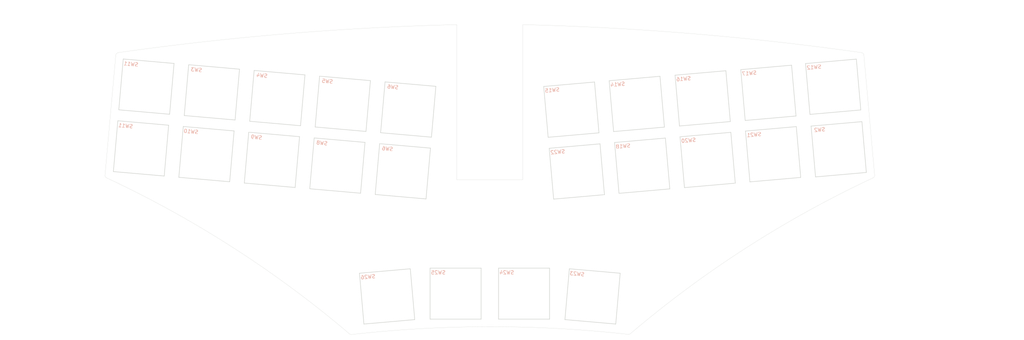
<source format=kicad_pcb>
(kicad_pcb (version 20171130) (host pcbnew 5.1.10)

  (general
    (thickness 1.6)
    (drawings 28)
    (tracks 0)
    (zones 0)
    (modules 24)
    (nets 1)
  )

  (page A4)
  (layers
    (0 F.Cu signal)
    (31 B.Cu signal)
    (32 B.Adhes user)
    (33 F.Adhes user)
    (34 B.Paste user)
    (35 F.Paste user)
    (36 B.SilkS user)
    (37 F.SilkS user)
    (38 B.Mask user)
    (39 F.Mask user)
    (40 Dwgs.User user)
    (41 Cmts.User user)
    (42 Eco1.User user)
    (43 Eco2.User user)
    (44 Edge.Cuts user)
    (45 Margin user)
    (46 B.CrtYd user)
    (47 F.CrtYd user)
    (48 B.Fab user)
    (49 F.Fab user)
  )

  (setup
    (last_trace_width 0.25)
    (trace_clearance 0.2)
    (zone_clearance 0.508)
    (zone_45_only no)
    (trace_min 0.2)
    (via_size 0.8)
    (via_drill 0.4)
    (via_min_size 0.4)
    (via_min_drill 0.3)
    (uvia_size 0.3)
    (uvia_drill 0.1)
    (uvias_allowed no)
    (uvia_min_size 0.2)
    (uvia_min_drill 0.1)
    (edge_width 0.05)
    (segment_width 0.2)
    (pcb_text_width 0.3)
    (pcb_text_size 1.5 1.5)
    (mod_edge_width 0.12)
    (mod_text_size 1 1)
    (mod_text_width 0.15)
    (pad_size 1.524 1.524)
    (pad_drill 0.762)
    (pad_to_mask_clearance 0)
    (aux_axis_origin 0 0)
    (visible_elements FFFFFF7F)
    (pcbplotparams
      (layerselection 0x010fc_ffffffff)
      (usegerberextensions false)
      (usegerberattributes true)
      (usegerberadvancedattributes true)
      (creategerberjobfile true)
      (excludeedgelayer true)
      (linewidth 0.100000)
      (plotframeref false)
      (viasonmask false)
      (mode 1)
      (useauxorigin false)
      (hpglpennumber 1)
      (hpglpenspeed 20)
      (hpglpendiameter 15.000000)
      (psnegative false)
      (psa4output false)
      (plotreference true)
      (plotvalue true)
      (plotinvisibletext false)
      (padsonsilk false)
      (subtractmaskfromsilk false)
      (outputformat 1)
      (mirror false)
      (drillshape 1)
      (scaleselection 1)
      (outputdirectory ""))
  )

  (net 0 "")

  (net_class Default "This is the default net class."
    (clearance 0.2)
    (trace_width 0.25)
    (via_dia 0.8)
    (via_drill 0.4)
    (uvia_dia 0.3)
    (uvia_drill 0.1)
  )

  (module Kailh:SW_PG1350_cut (layer F.Cu) (tedit 5F05DFF4) (tstamp 61807DD1)
    (at 33.549524 98.82102 355)
    (descr "Kailh \"Choc\" PG1350 keyswitch, able to be mounted on front or back of PCB")
    (tags kailh,choc)
    (path /604A6D66)
    (fp_text reference SW11 (at 4.98 -5.69 355) (layer Dwgs.User) hide
      (effects (font (size 1 1) (thickness 0.15)))
    )
    (fp_text value SW_Push (at -0.07 8.17 355) (layer Dwgs.User) hide
      (effects (font (size 1 1) (thickness 0.15)))
    )
    (fp_text user %V (at 0 8.255 175) (layer B.Fab)
      (effects (font (size 1 1) (thickness 0.15)) (justify mirror))
    )
    (fp_text user %R (at -4.76 -5.8 175) (layer B.SilkS)
      (effects (font (size 1 1) (thickness 0.15)) (justify mirror))
    )
    (fp_line (start -7 -7) (end 7 -7) (layer Edge.Cuts) (width 0.15))
    (fp_line (start -7 7) (end 7 7) (layer Edge.Cuts) (width 0.15))
    (fp_line (start -7 7) (end -7 -7) (layer Edge.Cuts) (width 0.15))
    (fp_line (start 7 7) (end 7 -7) (layer Edge.Cuts) (width 0.15))
  )

  (module Kailh:SW_PG1350_cut (layer F.Cu) (tedit 5F05DFF4) (tstamp 618069A0)
    (at 106.894241 88.154845 355)
    (descr "Kailh \"Choc\" PG1350 keyswitch, able to be mounted on front or back of PCB")
    (tags kailh,choc)
    (path /6049F698)
    (fp_text reference SW6 (at 4.98 -5.69 355) (layer Dwgs.User) hide
      (effects (font (size 1 1) (thickness 0.15)))
    )
    (fp_text value SW_Push (at -0.07 8.17 355) (layer Dwgs.User) hide
      (effects (font (size 1 1) (thickness 0.15)))
    )
    (fp_text user %V (at 0 8.255 175) (layer B.Fab)
      (effects (font (size 1 1) (thickness 0.15)) (justify mirror))
    )
    (fp_text user %R (at -4.76 -5.8 175) (layer B.SilkS)
      (effects (font (size 1 1) (thickness 0.15)) (justify mirror))
    )
    (fp_line (start -7 -7) (end 7 -7) (layer Edge.Cuts) (width 0.15))
    (fp_line (start -7 7) (end 7 7) (layer Edge.Cuts) (width 0.15))
    (fp_line (start -7 7) (end -7 -7) (layer Edge.Cuts) (width 0.15))
    (fp_line (start 7 7) (end 7 -7) (layer Edge.Cuts) (width 0.15))
  )

  (module Kailh:SW_PG1350_cut (layer F.Cu) (tedit 5F05DFF4) (tstamp 618067FA)
    (at 225.044 99.06 5)
    (descr "Kailh \"Choc\" PG1350 keyswitch, able to be mounted on front or back of PCB")
    (tags kailh,choc)
    (path /6049E323)
    (fp_text reference SW2 (at 4.98 -5.69 185) (layer Dwgs.User) hide
      (effects (font (size 1 1) (thickness 0.15)))
    )
    (fp_text value SW_Push (at -0.07 8.17 185) (layer Dwgs.User) hide
      (effects (font (size 1 1) (thickness 0.15)))
    )
    (fp_text user %V (at 0 8.255 5) (layer B.Fab)
      (effects (font (size 1 1) (thickness 0.15)) (justify mirror))
    )
    (fp_text user %R (at -4.76 -5.8 5) (layer B.SilkS)
      (effects (font (size 1 1) (thickness 0.15)) (justify mirror))
    )
    (fp_line (start -7 -7) (end 7 -7) (layer Edge.Cuts) (width 0.15))
    (fp_line (start -7 7) (end 7 7) (layer Edge.Cuts) (width 0.15))
    (fp_line (start -7 7) (end -7 -7) (layer Edge.Cuts) (width 0.15))
    (fp_line (start 7 7) (end 7 -7) (layer Edge.Cuts) (width 0.15))
  )

  (module Kailh:SW_PG1350_cut (layer F.Cu) (tedit 5F05DFF4) (tstamp 61804EE5)
    (at 101.092 139.446 5)
    (descr "Kailh \"Choc\" PG1350 keyswitch, able to be mounted on front or back of PCB")
    (tags kailh,choc)
    (path /6180D557)
    (fp_text reference SW26 (at 4.98 -5.69 185) (layer Dwgs.User) hide
      (effects (font (size 1 1) (thickness 0.15)))
    )
    (fp_text value SW_Push (at -0.07 8.17 185) (layer Dwgs.User) hide
      (effects (font (size 1 1) (thickness 0.15)))
    )
    (fp_text user %V (at 0 8.255 5) (layer B.Fab)
      (effects (font (size 1 1) (thickness 0.15)) (justify mirror))
    )
    (fp_text user %R (at -4.76 -5.8 5) (layer B.SilkS)
      (effects (font (size 1 1) (thickness 0.15)) (justify mirror))
    )
    (fp_line (start -7 -7) (end 7 -7) (layer Edge.Cuts) (width 0.15))
    (fp_line (start -7 7) (end 7 7) (layer Edge.Cuts) (width 0.15))
    (fp_line (start -7 7) (end -7 -7) (layer Edge.Cuts) (width 0.15))
    (fp_line (start 7 7) (end 7 -7) (layer Edge.Cuts) (width 0.15))
  )

  (module Kailh:SW_PG1350_cut (layer F.Cu) (tedit 5F05DFF4) (tstamp 61804EBE)
    (at 119.888 138.684)
    (descr "Kailh \"Choc\" PG1350 keyswitch, able to be mounted on front or back of PCB")
    (tags kailh,choc)
    (path /6180F603)
    (fp_text reference SW25 (at 4.98 -5.69 180) (layer Dwgs.User) hide
      (effects (font (size 1 1) (thickness 0.15)))
    )
    (fp_text value SW_Push (at -0.07 8.17 180) (layer Dwgs.User) hide
      (effects (font (size 1 1) (thickness 0.15)))
    )
    (fp_text user %V (at 0 8.255) (layer B.Fab)
      (effects (font (size 1 1) (thickness 0.15)) (justify mirror))
    )
    (fp_text user %R (at -4.76 -5.8) (layer B.SilkS)
      (effects (font (size 1 1) (thickness 0.15)) (justify mirror))
    )
    (fp_line (start -7 -7) (end 7 -7) (layer Edge.Cuts) (width 0.15))
    (fp_line (start -7 7) (end 7 7) (layer Edge.Cuts) (width 0.15))
    (fp_line (start -7 7) (end -7 -7) (layer Edge.Cuts) (width 0.15))
    (fp_line (start 7 7) (end 7 -7) (layer Edge.Cuts) (width 0.15))
  )

  (module Kailh:SW_PG1350_cut (layer F.Cu) (tedit 5F05DFF4) (tstamp 61804E97)
    (at 138.684 138.684)
    (descr "Kailh \"Choc\" PG1350 keyswitch, able to be mounted on front or back of PCB")
    (tags kailh,choc)
    (path /6180ED95)
    (fp_text reference SW24 (at 4.98 -5.69 180) (layer Dwgs.User) hide
      (effects (font (size 1 1) (thickness 0.15)))
    )
    (fp_text value SW_Push (at -0.07 8.17 180) (layer Dwgs.User) hide
      (effects (font (size 1 1) (thickness 0.15)))
    )
    (fp_text user %V (at 0 8.255) (layer B.Fab)
      (effects (font (size 1 1) (thickness 0.15)) (justify mirror))
    )
    (fp_text user %R (at -4.76 -5.8) (layer B.SilkS)
      (effects (font (size 1 1) (thickness 0.15)) (justify mirror))
    )
    (fp_line (start -7 -7) (end 7 -7) (layer Edge.Cuts) (width 0.15))
    (fp_line (start -7 7) (end 7 7) (layer Edge.Cuts) (width 0.15))
    (fp_line (start -7 7) (end -7 -7) (layer Edge.Cuts) (width 0.15))
    (fp_line (start 7 7) (end 7 -7) (layer Edge.Cuts) (width 0.15))
  )

  (module Kailh:SW_PG1350_cut (layer F.Cu) (tedit 5F05DFF4) (tstamp 61804E70)
    (at 157.48 139.446 355)
    (descr "Kailh \"Choc\" PG1350 keyswitch, able to be mounted on front or back of PCB")
    (tags kailh,choc)
    (path /6180FB88)
    (fp_text reference SW23 (at 4.98 -5.69 355) (layer Dwgs.User) hide
      (effects (font (size 1 1) (thickness 0.15)))
    )
    (fp_text value SW_Push (at -0.07 8.17 355) (layer Dwgs.User) hide
      (effects (font (size 1 1) (thickness 0.15)))
    )
    (fp_text user %V (at 0 8.255 175) (layer B.Fab)
      (effects (font (size 1 1) (thickness 0.15)) (justify mirror))
    )
    (fp_text user %R (at -4.76 -5.8 175) (layer B.SilkS)
      (effects (font (size 1 1) (thickness 0.15)) (justify mirror))
    )
    (fp_line (start -7 -7) (end 7 -7) (layer Edge.Cuts) (width 0.15))
    (fp_line (start -7 7) (end 7 7) (layer Edge.Cuts) (width 0.15))
    (fp_line (start -7 7) (end -7 -7) (layer Edge.Cuts) (width 0.15))
    (fp_line (start 7 7) (end 7 -7) (layer Edge.Cuts) (width 0.15))
  )

  (module Kailh:SW_PG1350_cut (layer F.Cu) (tedit 5F05DFF4) (tstamp 61804E49)
    (at 153.162 105.156 5)
    (descr "Kailh \"Choc\" PG1350 keyswitch, able to be mounted on front or back of PCB")
    (tags kailh,choc)
    (path /618103EE)
    (fp_text reference SW22 (at 4.98 -5.69 185) (layer Dwgs.User) hide
      (effects (font (size 1 1) (thickness 0.15)))
    )
    (fp_text value SW_Push (at -0.07 8.17 185) (layer Dwgs.User) hide
      (effects (font (size 1 1) (thickness 0.15)))
    )
    (fp_text user %V (at 0 8.255 5) (layer B.Fab)
      (effects (font (size 1 1) (thickness 0.15)) (justify mirror))
    )
    (fp_text user %R (at -4.76 -5.8 5) (layer B.SilkS)
      (effects (font (size 1 1) (thickness 0.15)) (justify mirror))
    )
    (fp_line (start -7 -7) (end 7 -7) (layer Edge.Cuts) (width 0.15))
    (fp_line (start -7 7) (end 7 7) (layer Edge.Cuts) (width 0.15))
    (fp_line (start -7 7) (end -7 -7) (layer Edge.Cuts) (width 0.15))
    (fp_line (start 7 7) (end 7 -7) (layer Edge.Cuts) (width 0.15))
  )

  (module Kailh:SW_PG1350_cut (layer F.Cu) (tedit 5F05DFF4) (tstamp 61804E22)
    (at 207.035434 100.425003 5)
    (descr "Kailh \"Choc\" PG1350 keyswitch, able to be mounted on front or back of PCB")
    (tags kailh,choc)
    (path /604A14CA)
    (fp_text reference SW21 (at 4.98 -5.69 185) (layer Dwgs.User) hide
      (effects (font (size 1 1) (thickness 0.15)))
    )
    (fp_text value SW_Push (at -0.07 8.17 185) (layer Dwgs.User) hide
      (effects (font (size 1 1) (thickness 0.15)))
    )
    (fp_text user %V (at 0 8.255 5) (layer B.Fab)
      (effects (font (size 1 1) (thickness 0.15)) (justify mirror))
    )
    (fp_text user %R (at -4.76 -5.8 5) (layer B.SilkS)
      (effects (font (size 1 1) (thickness 0.15)) (justify mirror))
    )
    (fp_line (start -7 -7) (end 7 -7) (layer Edge.Cuts) (width 0.15))
    (fp_line (start -7 7) (end 7 7) (layer Edge.Cuts) (width 0.15))
    (fp_line (start -7 7) (end -7 -7) (layer Edge.Cuts) (width 0.15))
    (fp_line (start 7 7) (end 7 -7) (layer Edge.Cuts) (width 0.15))
  )

  (module Kailh:SW_PG1350_cut (layer F.Cu) (tedit 5F05DFF4) (tstamp 61804DFB)
    (at 189.070059 101.99677 5)
    (descr "Kailh \"Choc\" PG1350 keyswitch, able to be mounted on front or back of PCB")
    (tags kailh,choc)
    (path /604A14C0)
    (fp_text reference SW20 (at 4.98 -5.69 185) (layer Dwgs.User) hide
      (effects (font (size 1 1) (thickness 0.15)))
    )
    (fp_text value SW_Push (at -0.07 8.17 185) (layer Dwgs.User) hide
      (effects (font (size 1 1) (thickness 0.15)))
    )
    (fp_text user %V (at 0 8.255 5) (layer B.Fab)
      (effects (font (size 1 1) (thickness 0.15)) (justify mirror))
    )
    (fp_text user %R (at -4.76 -5.8 5) (layer B.SilkS)
      (effects (font (size 1 1) (thickness 0.15)) (justify mirror))
    )
    (fp_line (start -7 -7) (end 7 -7) (layer Edge.Cuts) (width 0.15))
    (fp_line (start -7 7) (end 7 7) (layer Edge.Cuts) (width 0.15))
    (fp_line (start -7 7) (end -7 -7) (layer Edge.Cuts) (width 0.15))
    (fp_line (start 7 7) (end 7 -7) (layer Edge.Cuts) (width 0.15))
  )

  (module Kailh:SW_PG1350_cut (layer F.Cu) (tedit 5F05DFF4) (tstamp 61804DD4)
    (at 171.104684 103.568537 5)
    (descr "Kailh \"Choc\" PG1350 keyswitch, able to be mounted on front or back of PCB")
    (tags kailh,choc)
    (path /604BAF24)
    (fp_text reference SW18 (at 4.98 -5.69 185) (layer Dwgs.User) hide
      (effects (font (size 1 1) (thickness 0.15)))
    )
    (fp_text value SW_Push (at -0.07 8.17 185) (layer Dwgs.User) hide
      (effects (font (size 1 1) (thickness 0.15)))
    )
    (fp_text user %V (at 0 8.255 5) (layer B.Fab)
      (effects (font (size 1 1) (thickness 0.15)) (justify mirror))
    )
    (fp_text user %R (at -4.76 -5.8 5) (layer B.SilkS)
      (effects (font (size 1 1) (thickness 0.15)) (justify mirror))
    )
    (fp_line (start -7 -7) (end 7 -7) (layer Edge.Cuts) (width 0.15))
    (fp_line (start -7 7) (end 7 7) (layer Edge.Cuts) (width 0.15))
    (fp_line (start -7 7) (end -7 -7) (layer Edge.Cuts) (width 0.15))
    (fp_line (start 7 7) (end 7 -7) (layer Edge.Cuts) (width 0.15))
  )

  (module Kailh:SW_PG1350_cut (layer F.Cu) (tedit 5F05DFF4) (tstamp 61804DAD)
    (at 205.74 83.566 5)
    (descr "Kailh \"Choc\" PG1350 keyswitch, able to be mounted on front or back of PCB")
    (tags kailh,choc)
    (path /604BAF1A)
    (fp_text reference SW17 (at 4.98 -5.69 185) (layer Dwgs.User) hide
      (effects (font (size 1 1) (thickness 0.15)))
    )
    (fp_text value SW_Push (at -0.07 8.17 185) (layer Dwgs.User) hide
      (effects (font (size 1 1) (thickness 0.15)))
    )
    (fp_text user %V (at 0 8.255 5) (layer B.Fab)
      (effects (font (size 1 1) (thickness 0.15)) (justify mirror))
    )
    (fp_text user %R (at -4.76 -5.8 5) (layer B.SilkS)
      (effects (font (size 1 1) (thickness 0.15)) (justify mirror))
    )
    (fp_line (start -7 -7) (end 7 -7) (layer Edge.Cuts) (width 0.15))
    (fp_line (start -7 7) (end 7 7) (layer Edge.Cuts) (width 0.15))
    (fp_line (start -7 7) (end -7 -7) (layer Edge.Cuts) (width 0.15))
    (fp_line (start 7 7) (end 7 -7) (layer Edge.Cuts) (width 0.15))
  )

  (module Kailh:SW_PG1350_cut (layer F.Cu) (tedit 5F05DFF4) (tstamp 61804D86)
    (at 187.706 85.09 5)
    (descr "Kailh \"Choc\" PG1350 keyswitch, able to be mounted on front or back of PCB")
    (tags kailh,choc)
    (path /604BAF10)
    (fp_text reference SW16 (at 4.98 -5.69 185) (layer Dwgs.User) hide
      (effects (font (size 1 1) (thickness 0.15)))
    )
    (fp_text value SW_Push (at -0.07 8.17 185) (layer Dwgs.User) hide
      (effects (font (size 1 1) (thickness 0.15)))
    )
    (fp_text user %V (at 0 8.255 5) (layer B.Fab)
      (effects (font (size 1 1) (thickness 0.15)) (justify mirror))
    )
    (fp_text user %R (at -4.76 -5.8 5) (layer B.SilkS)
      (effects (font (size 1 1) (thickness 0.15)) (justify mirror))
    )
    (fp_line (start -7 -7) (end 7 -7) (layer Edge.Cuts) (width 0.15))
    (fp_line (start -7 7) (end 7 7) (layer Edge.Cuts) (width 0.15))
    (fp_line (start -7 7) (end -7 -7) (layer Edge.Cuts) (width 0.15))
    (fp_line (start 7 7) (end 7 -7) (layer Edge.Cuts) (width 0.15))
  )

  (module Kailh:SW_PG1350_cut (layer F.Cu) (tedit 5F05DFF4) (tstamp 61804D5F)
    (at 151.656092 88.187062 5)
    (descr "Kailh \"Choc\" PG1350 keyswitch, able to be mounted on front or back of PCB")
    (tags kailh,choc)
    (path /604BAF06)
    (fp_text reference SW15 (at 4.98 -5.69 185) (layer Dwgs.User) hide
      (effects (font (size 1 1) (thickness 0.15)))
    )
    (fp_text value SW_Push (at -0.07 8.17 185) (layer Dwgs.User) hide
      (effects (font (size 1 1) (thickness 0.15)))
    )
    (fp_text user %V (at 0 8.255 5) (layer B.Fab)
      (effects (font (size 1 1) (thickness 0.15)) (justify mirror))
    )
    (fp_text user %R (at -4.76 -5.8 5) (layer B.SilkS)
      (effects (font (size 1 1) (thickness 0.15)) (justify mirror))
    )
    (fp_line (start -7 -7) (end 7 -7) (layer Edge.Cuts) (width 0.15))
    (fp_line (start -7 7) (end 7 7) (layer Edge.Cuts) (width 0.15))
    (fp_line (start -7 7) (end -7 -7) (layer Edge.Cuts) (width 0.15))
    (fp_line (start 7 7) (end 7 -7) (layer Edge.Cuts) (width 0.15))
  )

  (module Kailh:SW_PG1350_cut (layer F.Cu) (tedit 5F05DFF4) (tstamp 61804D38)
    (at 169.621468 86.615295 5)
    (descr "Kailh \"Choc\" PG1350 keyswitch, able to be mounted on front or back of PCB")
    (tags kailh,choc)
    (path /604BAD64)
    (fp_text reference SW14 (at 4.98 -5.69 185) (layer Dwgs.User) hide
      (effects (font (size 1 1) (thickness 0.15)))
    )
    (fp_text value SW_Push (at -0.07 8.17 185) (layer Dwgs.User) hide
      (effects (font (size 1 1) (thickness 0.15)))
    )
    (fp_text user %V (at 0 8.255 5) (layer B.Fab)
      (effects (font (size 1 1) (thickness 0.15)) (justify mirror))
    )
    (fp_text user %R (at -4.76 -5.8 5) (layer B.SilkS)
      (effects (font (size 1 1) (thickness 0.15)) (justify mirror))
    )
    (fp_line (start -7 -7) (end 7 -7) (layer Edge.Cuts) (width 0.15))
    (fp_line (start -7 7) (end 7 7) (layer Edge.Cuts) (width 0.15))
    (fp_line (start -7 7) (end -7 -7) (layer Edge.Cuts) (width 0.15))
    (fp_line (start 7 7) (end 7 -7) (layer Edge.Cuts) (width 0.15))
  )

  (module Kailh:SW_PG1350_cut (layer F.Cu) (tedit 5F05DFF4) (tstamp 61804D11)
    (at 223.517593 81.899995 5)
    (descr "Kailh \"Choc\" PG1350 keyswitch, able to be mounted on front or back of PCB")
    (tags kailh,choc)
    (path /604A6D70)
    (fp_text reference SW12 (at 4.98 -5.69 185) (layer Dwgs.User) hide
      (effects (font (size 1 1) (thickness 0.15)))
    )
    (fp_text value SW_Push (at -0.07 8.17 185) (layer Dwgs.User) hide
      (effects (font (size 1 1) (thickness 0.15)))
    )
    (fp_text user %V (at 0 8.255 5) (layer B.Fab)
      (effects (font (size 1 1) (thickness 0.15)) (justify mirror))
    )
    (fp_text user %R (at -4.76 -5.8 5) (layer B.SilkS)
      (effects (font (size 1 1) (thickness 0.15)) (justify mirror))
    )
    (fp_line (start -7 -7) (end 7 -7) (layer Edge.Cuts) (width 0.15))
    (fp_line (start -7 7) (end 7 7) (layer Edge.Cuts) (width 0.15))
    (fp_line (start -7 7) (end -7 -7) (layer Edge.Cuts) (width 0.15))
    (fp_line (start 7 7) (end 7 -7) (layer Edge.Cuts) (width 0.15))
  )

  (module Kailh:SW_PG1350_cut (layer F.Cu) (tedit 5F05DFF4) (tstamp 61804CEA)
    (at 35.03274 81.867779 355)
    (descr "Kailh \"Choc\" PG1350 keyswitch, able to be mounted on front or back of PCB")
    (tags kailh,choc)
    (path /604A6D66)
    (fp_text reference SW11 (at 4.98 -5.69 355) (layer Dwgs.User) hide
      (effects (font (size 1 1) (thickness 0.15)))
    )
    (fp_text value SW_Push (at -0.07 8.17 355) (layer Dwgs.User) hide
      (effects (font (size 1 1) (thickness 0.15)))
    )
    (fp_text user %V (at 0 8.255 175) (layer B.Fab)
      (effects (font (size 1 1) (thickness 0.15)) (justify mirror))
    )
    (fp_text user %R (at -4.76 -5.8 175) (layer B.SilkS)
      (effects (font (size 1 1) (thickness 0.15)) (justify mirror))
    )
    (fp_line (start -7 -7) (end 7 -7) (layer Edge.Cuts) (width 0.15))
    (fp_line (start -7 7) (end 7 7) (layer Edge.Cuts) (width 0.15))
    (fp_line (start -7 7) (end -7 -7) (layer Edge.Cuts) (width 0.15))
    (fp_line (start 7 7) (end 7 -7) (layer Edge.Cuts) (width 0.15))
  )

  (module Kailh:SW_PG1350_cut (layer F.Cu) (tedit 5F05DFF4) (tstamp 61804CC3)
    (at 51.514899 100.392787 355)
    (descr "Kailh \"Choc\" PG1350 keyswitch, able to be mounted on front or back of PCB")
    (tags kailh,choc)
    (path /604A6D5C)
    (fp_text reference SW10 (at 4.98 -5.69 355) (layer Dwgs.User) hide
      (effects (font (size 1 1) (thickness 0.15)))
    )
    (fp_text value SW_Push (at -0.07 8.17 355) (layer Dwgs.User) hide
      (effects (font (size 1 1) (thickness 0.15)))
    )
    (fp_text user %V (at 0 8.255 175) (layer B.Fab)
      (effects (font (size 1 1) (thickness 0.15)) (justify mirror))
    )
    (fp_text user %R (at -4.76 -5.8 175) (layer B.SilkS)
      (effects (font (size 1 1) (thickness 0.15)) (justify mirror))
    )
    (fp_line (start -7 -7) (end 7 -7) (layer Edge.Cuts) (width 0.15))
    (fp_line (start -7 7) (end 7 7) (layer Edge.Cuts) (width 0.15))
    (fp_line (start -7 7) (end -7 -7) (layer Edge.Cuts) (width 0.15))
    (fp_line (start 7 7) (end 7 -7) (layer Edge.Cuts) (width 0.15))
  )

  (module Kailh:SW_PG1350_cut (layer F.Cu) (tedit 5F05DFF4) (tstamp 61804C9C)
    (at 69.480274 101.964554 355)
    (descr "Kailh \"Choc\" PG1350 keyswitch, able to be mounted on front or back of PCB")
    (tags kailh,choc)
    (path /604A6D52)
    (fp_text reference SW9 (at 4.98 -5.69 355) (layer Dwgs.User) hide
      (effects (font (size 1 1) (thickness 0.15)))
    )
    (fp_text value SW_Push (at -0.07 8.17 355) (layer Dwgs.User) hide
      (effects (font (size 1 1) (thickness 0.15)))
    )
    (fp_text user %V (at 0 8.255 175) (layer B.Fab)
      (effects (font (size 1 1) (thickness 0.15)) (justify mirror))
    )
    (fp_text user %R (at -4.76 -5.8 175) (layer B.SilkS)
      (effects (font (size 1 1) (thickness 0.15)) (justify mirror))
    )
    (fp_line (start -7 -7) (end 7 -7) (layer Edge.Cuts) (width 0.15))
    (fp_line (start -7 7) (end 7 7) (layer Edge.Cuts) (width 0.15))
    (fp_line (start -7 7) (end -7 -7) (layer Edge.Cuts) (width 0.15))
    (fp_line (start 7 7) (end 7 -7) (layer Edge.Cuts) (width 0.15))
  )

  (module Kailh:SW_PG1350_cut (layer F.Cu) (tedit 5F05DFF4) (tstamp 61804C75)
    (at 87.44565 103.53632 355)
    (descr "Kailh \"Choc\" PG1350 keyswitch, able to be mounted on front or back of PCB")
    (tags kailh,choc)
    (path /604A6C6C)
    (fp_text reference SW8 (at 4.98 -5.69 355) (layer Dwgs.User) hide
      (effects (font (size 1 1) (thickness 0.15)))
    )
    (fp_text value SW_Push (at -0.07 8.17 355) (layer Dwgs.User) hide
      (effects (font (size 1 1) (thickness 0.15)))
    )
    (fp_text user %V (at 0 8.255 175) (layer B.Fab)
      (effects (font (size 1 1) (thickness 0.15)) (justify mirror))
    )
    (fp_text user %R (at -4.76 -5.8 175) (layer B.SilkS)
      (effects (font (size 1 1) (thickness 0.15)) (justify mirror))
    )
    (fp_line (start -7 -7) (end 7 -7) (layer Edge.Cuts) (width 0.15))
    (fp_line (start -7 7) (end 7 7) (layer Edge.Cuts) (width 0.15))
    (fp_line (start -7 7) (end -7 -7) (layer Edge.Cuts) (width 0.15))
    (fp_line (start 7 7) (end 7 -7) (layer Edge.Cuts) (width 0.15))
  )

  (module Kailh:SW_PG1350_cut (layer F.Cu) (tedit 5F05DFF4) (tstamp 61804C4E)
    (at 105.411025 105.108087 355)
    (descr "Kailh \"Choc\" PG1350 keyswitch, able to be mounted on front or back of PCB")
    (tags kailh,choc)
    (path /6049F698)
    (fp_text reference SW6 (at 4.98 -5.69 355) (layer Dwgs.User) hide
      (effects (font (size 1 1) (thickness 0.15)))
    )
    (fp_text value SW_Push (at -0.07 8.17 355) (layer Dwgs.User) hide
      (effects (font (size 1 1) (thickness 0.15)))
    )
    (fp_text user %V (at 0 8.255 175) (layer B.Fab)
      (effects (font (size 1 1) (thickness 0.15)) (justify mirror))
    )
    (fp_text user %R (at -4.76 -5.8 175) (layer B.SilkS)
      (effects (font (size 1 1) (thickness 0.15)) (justify mirror))
    )
    (fp_line (start -7 -7) (end 7 -7) (layer Edge.Cuts) (width 0.15))
    (fp_line (start -7 7) (end 7 7) (layer Edge.Cuts) (width 0.15))
    (fp_line (start -7 7) (end -7 -7) (layer Edge.Cuts) (width 0.15))
    (fp_line (start 7 7) (end 7 -7) (layer Edge.Cuts) (width 0.15))
  )

  (module Kailh:SW_PG1350_cut (layer F.Cu) (tedit 5F05DFF4) (tstamp 61804C00)
    (at 70.963491 85.011312 355)
    (descr "Kailh \"Choc\" PG1350 keyswitch, able to be mounted on front or back of PCB")
    (tags kailh,choc)
    (path /6049EB70)
    (fp_text reference SW4 (at 4.98 -5.69 355) (layer Dwgs.User) hide
      (effects (font (size 1 1) (thickness 0.15)))
    )
    (fp_text value SW_Push (at -0.07 8.17 355) (layer Dwgs.User) hide
      (effects (font (size 1 1) (thickness 0.15)))
    )
    (fp_text user %V (at 0 8.255 175) (layer B.Fab)
      (effects (font (size 1 1) (thickness 0.15)) (justify mirror))
    )
    (fp_text user %R (at -4.76 -5.8 175) (layer B.SilkS)
      (effects (font (size 1 1) (thickness 0.15)) (justify mirror))
    )
    (fp_line (start -7 -7) (end 7 -7) (layer Edge.Cuts) (width 0.15))
    (fp_line (start -7 7) (end 7 7) (layer Edge.Cuts) (width 0.15))
    (fp_line (start -7 7) (end -7 -7) (layer Edge.Cuts) (width 0.15))
    (fp_line (start 7 7) (end 7 -7) (layer Edge.Cuts) (width 0.15))
  )

  (module Kailh:SW_PG1350_cut (layer F.Cu) (tedit 5F05DFF4) (tstamp 61804BD9)
    (at 52.998116 83.439546 355)
    (descr "Kailh \"Choc\" PG1350 keyswitch, able to be mounted on front or back of PCB")
    (tags kailh,choc)
    (path /6049E7C0)
    (fp_text reference SW3 (at 4.98 -5.69 355) (layer Dwgs.User) hide
      (effects (font (size 1 1) (thickness 0.15)))
    )
    (fp_text value SW_Push (at -0.07 8.17 355) (layer Dwgs.User) hide
      (effects (font (size 1 1) (thickness 0.15)))
    )
    (fp_text user %V (at 0 8.255 175) (layer B.Fab)
      (effects (font (size 1 1) (thickness 0.15)) (justify mirror))
    )
    (fp_text user %R (at -4.76 -5.8 175) (layer B.SilkS)
      (effects (font (size 1 1) (thickness 0.15)) (justify mirror))
    )
    (fp_line (start -7 -7) (end 7 -7) (layer Edge.Cuts) (width 0.15))
    (fp_line (start -7 7) (end 7 7) (layer Edge.Cuts) (width 0.15))
    (fp_line (start -7 7) (end -7 -7) (layer Edge.Cuts) (width 0.15))
    (fp_line (start 7 7) (end 7 -7) (layer Edge.Cuts) (width 0.15))
  )

  (module Kailh:SW_PG1350_cut (layer F.Cu) (tedit 5F05DFF4) (tstamp 61804C27)
    (at 88.928866 86.583079 355)
    (descr "Kailh \"Choc\" PG1350 keyswitch, able to be mounted on front or back of PCB")
    (tags kailh,choc)
    (path /6049F636)
    (fp_text reference SW5 (at 4.98 -5.69 355) (layer Dwgs.User) hide
      (effects (font (size 1 1) (thickness 0.15)))
    )
    (fp_text value SW_Push (at -0.07 8.17 355) (layer Dwgs.User) hide
      (effects (font (size 1 1) (thickness 0.15)))
    )
    (fp_text user %V (at 0 8.255 175) (layer B.Fab)
      (effects (font (size 1 1) (thickness 0.15)) (justify mirror))
    )
    (fp_text user %R (at -4.76 -5.8 175) (layer B.SilkS)
      (effects (font (size 1 1) (thickness 0.15)) (justify mirror))
    )
    (fp_line (start -7 -7) (end 7 -7) (layer Edge.Cuts) (width 0.15))
    (fp_line (start -7 7) (end 7 7) (layer Edge.Cuts) (width 0.15))
    (fp_line (start -7 7) (end -7 -7) (layer Edge.Cuts) (width 0.15))
    (fp_line (start 7 7) (end 7 -7) (layer Edge.Cuts) (width 0.15))
  )

  (gr_line (start 138.35 107.4) (end 138.35 64.85) (layer Edge.Cuts) (width 0.05))
  (gr_line (start 120.2 107.4) (end 138.35 107.4) (layer Edge.Cuts) (width 0.05))
  (gr_line (start 120.2 101) (end 120.2 107.4) (layer Edge.Cuts) (width 0.05))
  (gr_line (start 120.2 64.85) (end 120.2 101) (layer Edge.Cuts) (width 0.05))
  (gr_arc (start 167.35 149.05) (end 167.221512 149.853493) (angle -55.959988) (layer Edge.Cuts) (width 0.05) (tstamp 6180134B))
  (gr_arc (start 91.271512 149.096507) (end 91.399581 149.89919) (angle 56.27998172) (layer Edge.Cuts) (width 0.05) (tstamp 61801314))
  (gr_arc (start 24.45 106.2) (end 24.079325 106.9) (angle 62.09718218) (layer Edge.Cuts) (width 0.05) (tstamp 618012D2))
  (gr_arc (start 234.107933 106.205488) (end 234.478608 106.905488) (angle -62.49416149) (layer Edge.Cuts) (width 0.05) (tstamp 61801289))
  (gr_arc (start 231.141367 73.336599) (end 231.941367 73.153548) (angle -72.97709788) (layer Edge.Cuts) (width 0.05) (tstamp 618011B1))
  (gr_arc (start 27.436851 73.33684) (end 27.2538 72.53684) (angle -72.97709788) (layer Edge.Cuts) (width 0.05))
  (gr_arc (start 118.823986 867.270909) (end 138.35 64.85) (angle 6.654207823) (layer Edge.Cuts) (width 0.05) (tstamp 61801016))
  (gr_arc (start 139.758007 867.115243) (end 120.2 64.85) (angle -6.662421933) (layer Edge.Cuts) (width 0.05))
  (gr_arc (start 129.51457 488.396592) (end 167.221512 149.853493) (angle -12.77988648) (layer Edge.Cuts) (width 0.05) (tstamp 61800B45))
  (gr_arc (start 360.158231 375.928592) (end 167.943888 149.606244) (angle 15.30047597) (layer Edge.Cuts) (width 0.05) (tstamp 61800AD3))
  (gr_arc (start -101.588861 375.934222) (end 90.676656 149.647067) (angle -15.31530553) (layer Edge.Cuts) (width 0.05))
  (gr_line (start 231.941367 73.153548) (end 234.9 106.2) (layer Edge.Cuts) (width 0.05) (tstamp 61809FE7))
  (gr_line (start 26.618312 73.277668) (end 23.657914 106.2) (layer Edge.Cuts) (width 0.05))
  (gr_line (start 138.43 80.772) (end 138.43 81.534) (layer Dwgs.User) (width 0.15) (tstamp 61809558))
  (gr_line (start 141.986 80.772) (end 138.43 80.772) (layer Dwgs.User) (width 0.15) (tstamp 61809557))
  (gr_line (start 120.142 80.772) (end 120.142 81.534) (layer Dwgs.User) (width 0.15))
  (gr_line (start 116.586 80.772) (end 120.142 80.772) (layer Dwgs.User) (width 0.15))
  (gr_line (start 102.87 93.726) (end 149.352 93.726) (layer Dwgs.User) (width 0.15) (tstamp 61808D3A))
  (gr_line (start 129.286 151.384) (end 129.286 58.166) (layer Dwgs.User) (width 0.15) (tstamp 61808A22))
  (gr_line (start -5.08 149.352) (end 247.396 149.352) (layer Dwgs.User) (width 0.15) (tstamp 61808A20))
  (gr_line (start 269.748 114.554) (end 275.844 103.886) (layer Dwgs.User) (width 0.15))
  (gr_line (start 16.51 114.554) (end 269.748 114.554) (layer Dwgs.User) (width 0.15))
  (gr_line (start 113.538 114.554) (end 16.51 114.554) (layer Dwgs.User) (width 0.15))
  (gr_line (start 16.764 76.2) (end 269.24 76.2) (layer Dwgs.User) (width 0.15))

)

</source>
